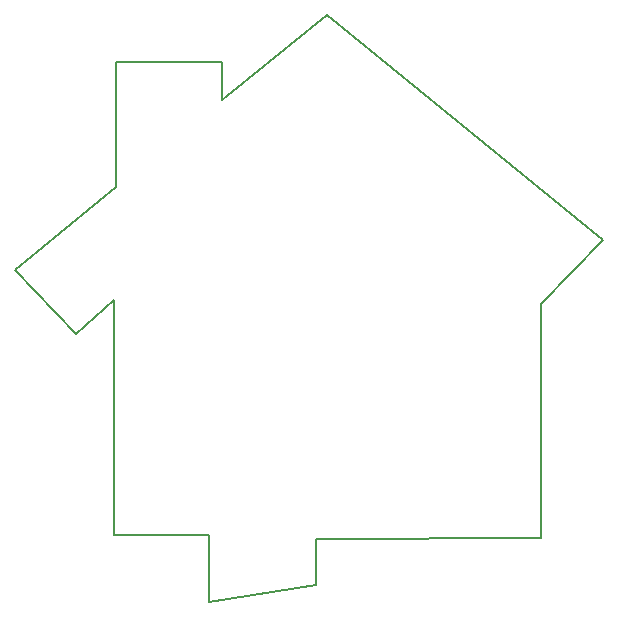
<source format=gbr>
%FSLAX23Y23*%
%MOIN*%
G04 EasyPC Gerber Version 17.0 Build 3379 *
%ADD10C,0.00500*%
X0Y0D02*
D02*
D10*
X1755Y214D02*
X1006Y210D01*
X1005Y57*
X649Y3*
X649Y225*
X333*
X331Y1009*
X206Y895*
X3Y1108*
X339Y1384*
Y1802*
X692*
X692Y1676*
X1040Y1958*
X1961Y1208*
X1755Y995*
Y214*
X0Y0D02*
M02*

</source>
